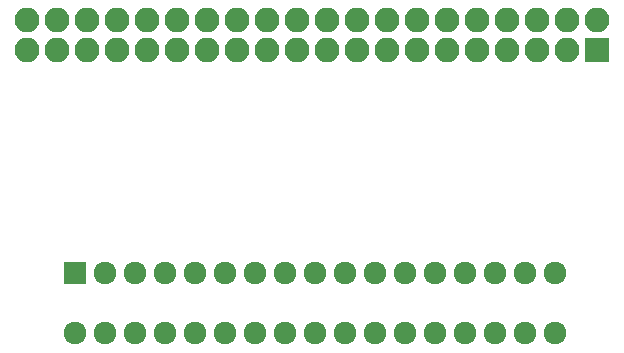
<source format=gts>
G04 #@! TF.FileFunction,Soldermask,Top*
%FSLAX46Y46*%
G04 Gerber Fmt 4.6, Leading zero omitted, Abs format (unit mm)*
G04 Created by KiCad (PCBNEW 4.0.7) date 03/27/18 21:51:40*
%MOMM*%
%LPD*%
G01*
G04 APERTURE LIST*
%ADD10C,0.100000*%
%ADD11R,1.924000X1.924000*%
%ADD12C,1.924000*%
%ADD13R,2.100000X2.100000*%
%ADD14O,2.100000X2.100000*%
G04 APERTURE END LIST*
D10*
D11*
X133350000Y-111760000D03*
D12*
X133350000Y-116840000D03*
X135890000Y-111760000D03*
X135890000Y-116840000D03*
X138430000Y-111760000D03*
X138430000Y-116840000D03*
X140970000Y-111760000D03*
X140970000Y-116840000D03*
X143510000Y-111760000D03*
X143510000Y-116840000D03*
X146050000Y-111760000D03*
X146050000Y-116840000D03*
X148590000Y-111760000D03*
X148590000Y-116840000D03*
X151130000Y-111760000D03*
X151130000Y-116840000D03*
X153670000Y-111760000D03*
X153670000Y-116840000D03*
X156210000Y-111760000D03*
X156210000Y-116840000D03*
X158750000Y-111760000D03*
X158750000Y-116840000D03*
X161290000Y-111760000D03*
X161290000Y-116840000D03*
X163830000Y-111760000D03*
X163830000Y-116840000D03*
X166370000Y-111760000D03*
X166370000Y-116840000D03*
X168910000Y-111760000D03*
X168910000Y-116840000D03*
X171450000Y-111760000D03*
X171450000Y-116840000D03*
X173990000Y-111760000D03*
X173990000Y-116840000D03*
D13*
X177546000Y-92887800D03*
D14*
X177546000Y-90347800D03*
X175006000Y-92887800D03*
X175006000Y-90347800D03*
X172466000Y-92887800D03*
X172466000Y-90347800D03*
X169926000Y-92887800D03*
X169926000Y-90347800D03*
X167386000Y-92887800D03*
X167386000Y-90347800D03*
X164846000Y-92887800D03*
X164846000Y-90347800D03*
X162306000Y-92887800D03*
X162306000Y-90347800D03*
X159766000Y-92887800D03*
X159766000Y-90347800D03*
X157226000Y-92887800D03*
X157226000Y-90347800D03*
X154686000Y-92887800D03*
X154686000Y-90347800D03*
X152146000Y-92887800D03*
X152146000Y-90347800D03*
X149606000Y-92887800D03*
X149606000Y-90347800D03*
X147066000Y-92887800D03*
X147066000Y-90347800D03*
X144526000Y-92887800D03*
X144526000Y-90347800D03*
X141986000Y-92887800D03*
X141986000Y-90347800D03*
X139446000Y-92887800D03*
X139446000Y-90347800D03*
X136906000Y-92887800D03*
X136906000Y-90347800D03*
X134366000Y-92887800D03*
X134366000Y-90347800D03*
X131826000Y-92887800D03*
X131826000Y-90347800D03*
X129286000Y-92887800D03*
X129286000Y-90347800D03*
M02*

</source>
